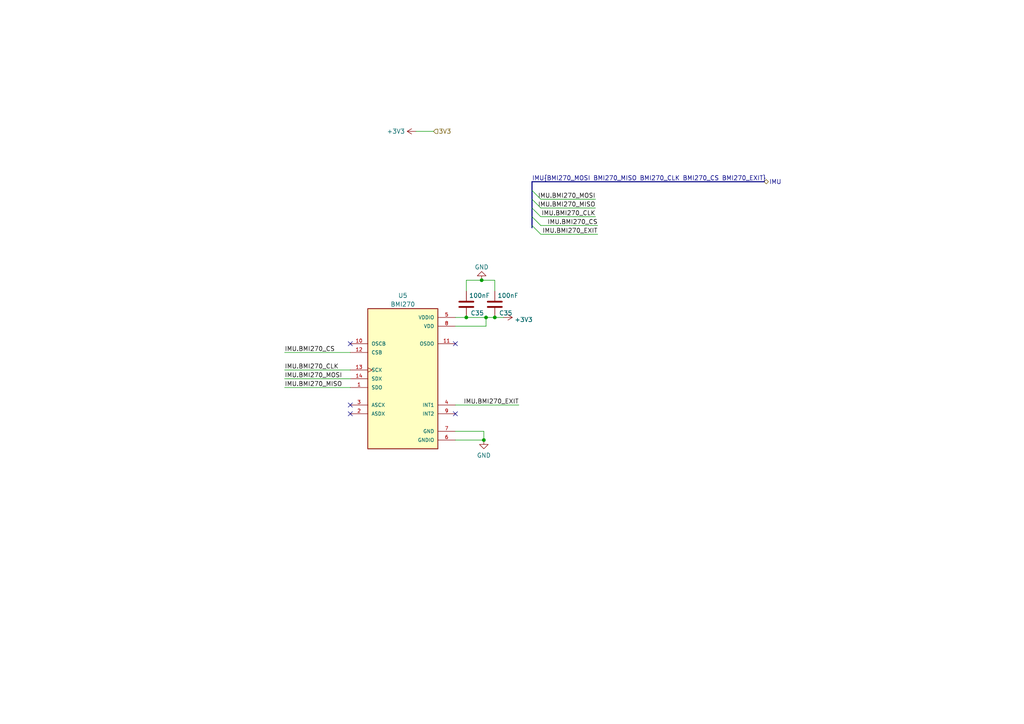
<source format=kicad_sch>
(kicad_sch (version 20230121) (generator eeschema)
  (paper "A4")
  (lib_symbols
    (symbol "Device:C" (pin_numbers hide) (pin_names (offset 0.254))
      (property "Reference" "C" (at 0.635 2.54 0))
      (property "Value" "C" (at 0.635 -2.54 0))
      (symbol "C_0_1"
        (polyline (pts (xy -2.032 -0.762) (xy 2.032 -0.762)) (stroke (width 0.508)))
        (polyline (pts (xy -2.032 0.762) (xy 2.032 0.762)) (stroke (width 0.508)))
      )
      (symbol "C_1_1"
        (pin passive line (at 0 3.81 270) (length 2.794) (name "~") (number "1"))
        (pin passive line (at 0 -3.81 90) (length 2.794) (name "~") (number "2"))
      )
    )
    (symbol "Thorn_Library:BMI270" (pin_names (offset 1.016))
      (property "Reference" "U" (at -10.16 21.082 0))
      (property "Value" "BMI270" (at -10.16 -22.86 0))
      (symbol "BMI270_0_0"
        (rectangle (start -10.16 20.32) (end 10.16 -20.32) (stroke (width 0.254)) (fill (type background)))
        (pin bidirectional line (at -15.24 -2.54 0) (length 5.08) (name "SDO") (number "1"))
        (pin input line (at -15.24 10.16 0) (length 5.08) (name "OSCB") (number "10"))
        (pin output line (at 15.24 10.16 180) (length 5.08) (name "OSDO") (number "11"))
        (pin input line (at -15.24 7.62 0) (length 5.08) (name "CSB") (number "12"))
        (pin input clock (at -15.24 2.54 0) (length 5.08) (name "SCX") (number "13"))
        (pin bidirectional line (at -15.24 0 0) (length 5.08) (name "SDX") (number "14"))
        (pin bidirectional line (at -15.24 -10.16 0) (length 5.08) (name "ASDX") (number "2"))
        (pin bidirectional line (at -15.24 -7.62 0) (length 5.08) (name "ASCX") (number "3"))
        (pin bidirectional line (at 15.24 -7.62 180) (length 5.08) (name "INT1") (number "4"))
        (pin power_in line (at 15.24 17.78 180) (length 5.08) (name "VDDIO") (number "5"))
        (pin power_in line (at 15.24 -17.78 180) (length 5.08) (name "GNDIO") (number "6"))
        (pin power_in line (at 15.24 -15.24 180) (length 5.08) (name "GND") (number "7"))
        (pin power_in line (at 15.24 15.24 180) (length 5.08) (name "VDD") (number "8"))
        (pin bidirectional line (at 15.24 -10.16 180) (length 5.08) (name "INT2") (number "9"))
      )
    )
    (symbol "power:+3V3" (power) (pin_names (offset 0))
      (property "Value" "+3V3" (at 0 3.556 0))
      (symbol "+3V3_0_1"
        (polyline (pts (xy -0.762 1.27) (xy 0 2.54)))
        (polyline (pts (xy 0 0) (xy 0 2.54)))
        (polyline (pts (xy 0 2.54) (xy 0.762 1.27)))
      )
      (symbol "+3V3_1_1"
        (pin power_in line (at 0 0 90) (length 0) hide (name "+3V3") (number "1"))
      )
    )
    (symbol "power:GND" (power) (pin_names (offset 0))
      (property "Value" "GND" (at 0 -3.81 0))
      (symbol "GND_0_1"
        (polyline (pts (xy 0 0) (xy 0 -1.27) (xy 1.27 -1.27) (xy 0 -2.54) (xy -1.27 -1.27) (xy 0 -1.27)))
      )
      (symbol "GND_1_1"
        (pin power_in line (at 0 0 270) (length 0) hide (name "GND") (number "1"))
      )
    )
  )
  (junction (at 140.97 92.075))
  (junction (at 143.51 92.075))
  (junction (at 140.335 127.635))
  (junction (at 139.7 81.28))
  (junction (at 135.255 92.075))
  (no_connect (at 101.6 99.695))
  (no_connect (at 101.6 117.475))
  (no_connect (at 101.6 120.015))
  (no_connect (at 132.08 99.695))
  (no_connect (at 132.08 120.015))
  (bus_entry (at 154.305 62.865) (size 2.54 2.54))
  (bus_entry (at 154.305 65.405) (size 2.54 2.54))
  (bus_entry (at 154.305 57.785) (size 2.54 2.54))
  (bus_entry (at 154.305 55.245) (size 2.54 2.54))
  (bus_entry (at 154.305 60.325) (size 2.54 2.54))
  (bus (pts (xy 154.305 52.705) (xy 221.615 52.705)))
  (bus (pts (xy 154.305 62.865) (xy 154.305 65.405)))
  (wire (pts (xy 156.845 57.785) (xy 172.72 57.785)))
  (wire (pts (xy 135.255 84.455) (xy 135.255 81.28)))
  (bus (pts (xy 154.305 55.245) (xy 154.305 57.785)))
  (wire (pts (xy 132.08 127.635) (xy 140.335 127.635)))
  (wire (pts (xy 101.6 112.395) (xy 82.55 112.395)))
  (bus (pts (xy 154.305 60.325) (xy 154.305 62.865)))
  (wire (pts (xy 140.97 92.075) (xy 135.255 92.075)))
  (wire (pts (xy 135.255 81.28) (xy 139.7 81.28)))
  (wire (pts (xy 173.355 67.945) (xy 156.845 67.945)))
  (bus (pts (xy 154.305 57.785) (xy 154.305 60.325)))
  (wire (pts (xy 140.97 94.615) (xy 140.97 92.075)))
  (wire (pts (xy 135.255 92.075) (xy 132.08 92.075)))
  (wire (pts (xy 173.355 65.405) (xy 156.845 65.405)))
  (wire (pts (xy 101.6 102.235) (xy 82.55 102.235)))
  (wire (pts (xy 132.08 125.095) (xy 140.335 125.095)))
  (bus (pts (xy 154.305 52.705) (xy 154.305 55.245)))
  (wire (pts (xy 146.05 92.075) (xy 143.51 92.075)))
  (wire (pts (xy 139.7 81.28) (xy 143.51 81.28)))
  (wire (pts (xy 140.335 125.095) (xy 140.335 127.635)))
  (wire (pts (xy 156.845 62.865) (xy 172.72 62.865)))
  (wire (pts (xy 150.495 117.475) (xy 132.08 117.475)))
  (wire (pts (xy 132.08 94.615) (xy 140.97 94.615)))
  (wire (pts (xy 143.51 81.28) (xy 143.51 84.455)))
  (wire (pts (xy 156.845 60.325) (xy 172.72 60.325)))
  (wire (pts (xy 101.6 107.315) (xy 82.55 107.315)))
  (wire (pts (xy 120.65 38.1) (xy 125.73 38.1)))
  (wire (pts (xy 101.6 109.855) (xy 82.55 109.855)))
  (wire (pts (xy 143.51 92.075) (xy 140.97 92.075)))
  (bus (pts (xy 154.305 65.405) (xy 154.305 66.04)))
  (label "IMU.BMI270_CS" (at 173.355 65.405 180))
  (label "IMU.BMI270_MISO" (at 172.72 60.325 180))
  (label "IMU.BMI270_MISO" (at 82.55 112.395 0))
  (label "IMU.BMI270_MOSI" (at 82.55 109.855 0))
  (label "IMU.BMI270_MOSI" (at 172.72 57.785 180))
  (label "IMU.BMI270_EXIT" (at 150.495 117.475 180))
  (label "IMU.BMI270_CLK" (at 172.72 62.865 180))
  (label "IMU.BMI270_EXIT" (at 173.355 67.945 180))
  (label "IMU.BMI270_CLK" (at 82.55 107.315 0))
  (label "IMU.BMI270_CS" (at 82.55 102.235 0))
  (label "IMU{BMI270_MOSI BMI270_MISO BMI270_CLK BMI270_CS BMI270_EXIT}" (at 154.305 52.705 0))
  (hierarchical_label "IMU" (shape bidirectional) (at 221.615 52.705 0))
  (hierarchical_label "3V3" (shape input) (at 125.73 38.1 0))
  (symbol (lib_id "power:GND") (at 140.335 127.635 0) (unit 1)
    (property "Reference" "#PWR0157" (effects hide))
    (property "Value" "GND" (at 140.335 132.08 0))
    (instances (project "STM32F446" (path "" (reference "#PWR0157") (unit 1))) (project "Expansion" (path "" (reference "#PWR037") (unit 1))))
  )
  (symbol (lib_id "power:GND") (at 139.7 81.28 180) (unit 1)
    (property "Reference" "#PWR0157" (effects hide))
    (property "Value" "GND" (at 139.7 77.47 0))
    (instances (project "STM32F446" (path "" (reference "#PWR0157") (unit 1))) (project "Expansion" (path "" (reference "#PWR038") (unit 1))))
  )
  (symbol (lib_id "Thorn_Library:BMI270") (at 116.84 109.855 0) (unit 1)
    (property "Reference" "U5" (at 116.84 85.725 0))
    (property "Value" "BMI270" (at 116.84 88.265 0))
    (property "Footprint" "Thorn_Library:XDCR_BMI270" (effects hide))
    (property "MANUFACTURER" "Bosch Sensortec" (effects hide))
    (property "MAXIMUM_PACKAGE_HEIGHT" "0.87mm" (effects hide))
    (property "PATREV" "1.0" (effects hide))
    (property "STANDARD" "Manufacturer Recommendations" (effects hide))
  )
  (symbol (lib_id "power:+3V3") (at 120.65 38.1 90) (unit 1)
    (property "Reference" "#PWR035" (effects hide))
    (property "Value" "+3V3" (at 117.475 38.0999 90) (effects (justify left)))
    (instances (project "Expansion" (path "" (reference "#PWR035") (unit 1))) (project "STM32F446RC" (path "" (reference "#PWR017") (unit 1))))
  )
  (symbol (lib_id "power:+3V3") (at 146.05 92.075 270) (unit 1)
    (property "Reference" "#PWR0158" (effects hide))
    (property "Value" "+3V3" (at 149.225 92.71 90) (effects (justify left)))
    (instances (project "STM32F446" (path "" (reference "#PWR0158") (unit 1))) (project "Expansion" (path "" (reference "#PWR036") (unit 1))))
  )
  (symbol (lib_id "Device:C") (at 135.255 88.265 0) (unit 1)
    (property "Reference" "C35" (at 138.43 90.805 0))
    (property "Value" "100nF" (at 139.065 85.725 0))
    (property "Footprint" "Capacitor_SMD:C_0402_1005Metric" (effects hide))
    (instances (project "STM32F446" (path "" (reference "C35") (unit 1))) (project "Expansion" (path "" (reference "C9") (unit 1))))
  )
  (symbol (lib_id "Device:C") (at 143.51 88.265 0) (unit 1)
    (property "Reference" "C35" (at 146.685 90.805 0))
    (property "Value" "100nF" (at 147.32 85.725 0))
    (property "Footprint" "Capacitor_SMD:C_0402_1005Metric" (effects hide))
    (instances (project "STM32F446" (path "" (reference "C35") (unit 1))) (project "Expansion" (path "" (reference "C10") (unit 1))))
  )
)
</source>
